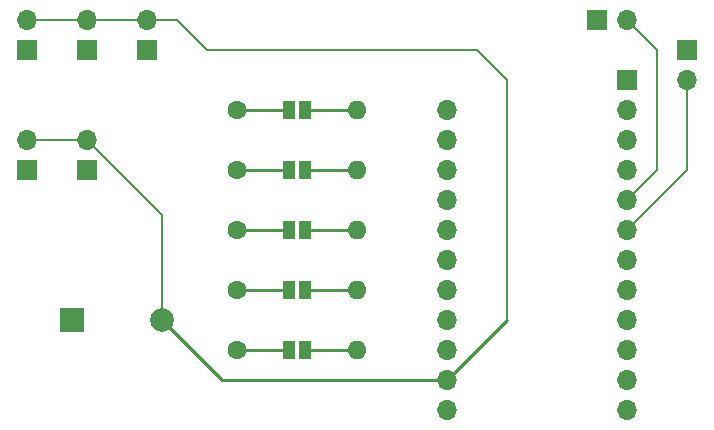
<source format=gbr>
%TF.GenerationSoftware,KiCad,Pcbnew,(6.0.2)*%
%TF.CreationDate,2022-03-10T22:00:07-05:00*%
%TF.ProjectId,letmein,6c65746d-6569-46e2-9e6b-696361645f70,rev?*%
%TF.SameCoordinates,Original*%
%TF.FileFunction,Copper,L2,Bot*%
%TF.FilePolarity,Positive*%
%FSLAX46Y46*%
G04 Gerber Fmt 4.6, Leading zero omitted, Abs format (unit mm)*
G04 Created by KiCad (PCBNEW (6.0.2)) date 2022-03-10 22:00:07*
%MOMM*%
%LPD*%
G01*
G04 APERTURE LIST*
%TA.AperFunction,ComponentPad*%
%ADD10R,1.700000X1.700000*%
%TD*%
%TA.AperFunction,ComponentPad*%
%ADD11O,1.700000X1.700000*%
%TD*%
%TA.AperFunction,ComponentPad*%
%ADD12C,1.600000*%
%TD*%
%TA.AperFunction,ComponentPad*%
%ADD13O,1.600000X1.600000*%
%TD*%
%TA.AperFunction,ComponentPad*%
%ADD14R,2.000000X2.000000*%
%TD*%
%TA.AperFunction,ComponentPad*%
%ADD15C,2.000000*%
%TD*%
%TA.AperFunction,SMDPad,CuDef*%
%ADD16R,1.000000X1.500000*%
%TD*%
%TA.AperFunction,Conductor*%
%ADD17C,0.200000*%
%TD*%
%TA.AperFunction,Conductor*%
%ADD18C,0.250000*%
%TD*%
G04 APERTURE END LIST*
D10*
%TO.P,Button_ACK,1*%
%TO.N,N/C*%
X157480000Y-71120000D03*
D11*
%TO.P,Button_ACK,2*%
X160020000Y-71120000D03*
%TD*%
%TO.P,TinyS2,1*%
%TO.N,N/C*%
X144780000Y-78740000D03*
%TO.P,TinyS2,2*%
X144780000Y-81280000D03*
%TO.P,TinyS2,3*%
X144780000Y-83820000D03*
%TO.P,TinyS2,4*%
X144780000Y-86360000D03*
%TO.P,TinyS2,5*%
X144780000Y-88900000D03*
%TO.P,TinyS2,6*%
X144780000Y-91440000D03*
%TO.P,TinyS2,7*%
X144780000Y-93980000D03*
%TO.P,TinyS2,8*%
X144780000Y-96520000D03*
%TO.P,TinyS2,9*%
X144780000Y-99060000D03*
%TO.P,TinyS2,10*%
X144780000Y-101600000D03*
%TO.P,TinyS2,11*%
X144780000Y-104140000D03*
%TD*%
D12*
%TO.P,R_N_str,1*%
%TO.N,N/C*%
X127000000Y-93980000D03*
D13*
%TO.P,R_N_str,2*%
X137160000Y-93980000D03*
%TD*%
D11*
%TO.P,Button_STFU,2*%
%TO.N,N/C*%
X165100000Y-76200000D03*
D10*
%TO.P,Button_STFU,1*%
X165100000Y-73660000D03*
%TD*%
D11*
%TO.P,LED_1,2*%
%TO.N,N/C*%
X109220000Y-71120000D03*
D10*
%TO.P,LED_1,1*%
X109220000Y-73660000D03*
%TD*%
D11*
%TO.P,LED_A,2*%
%TO.N,N/C*%
X114300000Y-71120000D03*
D10*
%TO.P,LED_A,1*%
X114300000Y-73660000D03*
%TD*%
%TO.P,LED_L,1*%
%TO.N,N/C*%
X109220000Y-83820000D03*
D11*
%TO.P,LED_L,2*%
X109220000Y-81280000D03*
%TD*%
D12*
%TO.P,R_lvl_A,1*%
%TO.N,N/C*%
X127000000Y-83820000D03*
D13*
%TO.P,R_lvl_A,2*%
X137160000Y-83820000D03*
%TD*%
D14*
%TO.P,Buzzer,1*%
%TO.N,N/C*%
X113040000Y-96520000D03*
D15*
%TO.P,Buzzer,2*%
X120640000Y-96520000D03*
%TD*%
D12*
%TO.P,R_L_well,1*%
%TO.N,N/C*%
X127000000Y-99060000D03*
D13*
%TO.P,R_L_well,2*%
X137160000Y-99060000D03*
%TD*%
D10*
%TO.P,LED_N,1*%
%TO.N,N/C*%
X114300000Y-83820000D03*
D11*
%TO.P,LED_N,2*%
X114300000Y-81280000D03*
%TD*%
%TO.P,LED_S,2*%
%TO.N,N/C*%
X119380000Y-71120000D03*
D10*
%TO.P,LED_S,1*%
X119380000Y-73660000D03*
%TD*%
D12*
%TO.P,R_S_str,1*%
%TO.N,N/C*%
X127000000Y-78740000D03*
D13*
%TO.P,R_S_str,2*%
X137160000Y-78740000D03*
%TD*%
D10*
%TO.P, ,1*%
%TO.N,N/C*%
X160020000Y-76200000D03*
D11*
%TO.P, ,2*%
X160020000Y-78740000D03*
%TO.P, ,3*%
X160020000Y-81280000D03*
%TO.P, ,4*%
X160020000Y-83820000D03*
%TO.P, ,5*%
X160020000Y-86360000D03*
%TO.P, ,6*%
X160020000Y-88900000D03*
%TO.P, ,7*%
X160020000Y-91440000D03*
%TO.P, ,8*%
X160020000Y-93980000D03*
%TO.P, ,9*%
X160020000Y-96520000D03*
%TO.P, ,10*%
X160020000Y-99060000D03*
%TO.P, ,11*%
X160020000Y-101600000D03*
%TO.P, ,12*%
X160020000Y-104140000D03*
%TD*%
D12*
%TO.P,R_lvl_1,1*%
%TO.N,N/C*%
X127000000Y-88900000D03*
D13*
%TO.P,R_lvl_1,2*%
X137160000Y-88900000D03*
%TD*%
D16*
%TO.P,REF\u002A\u002A,1*%
%TO.N,N/C*%
X132730000Y-78740000D03*
%TO.P,REF\u002A\u002A,2*%
X131430000Y-78740000D03*
%TD*%
%TO.P,REF\u002A\u002A,1*%
%TO.N,N/C*%
X132730000Y-83820000D03*
%TO.P,REF\u002A\u002A,2*%
X131430000Y-83820000D03*
%TD*%
%TO.P,REF\u002A\u002A,1*%
%TO.N,N/C*%
X132730000Y-99060000D03*
%TO.P,REF\u002A\u002A,2*%
X131430000Y-99060000D03*
%TD*%
%TO.P,REF\u002A\u002A,1*%
%TO.N,N/C*%
X132730000Y-93980000D03*
%TO.P,REF\u002A\u002A,2*%
X131430000Y-93980000D03*
%TD*%
%TO.P,REF\u002A\u002A,1*%
%TO.N,N/C*%
X132730000Y-88900000D03*
%TO.P,REF\u002A\u002A,2*%
X131430000Y-88900000D03*
%TD*%
D17*
%TO.N,*%
X165100000Y-76200000D02*
X165100000Y-83820000D01*
X165100000Y-83820000D02*
X160020000Y-88900000D01*
X162560000Y-83820000D02*
X160020000Y-86360000D01*
X162560000Y-73660000D02*
X162560000Y-83820000D01*
X160020000Y-71120000D02*
X162560000Y-73660000D01*
X114300000Y-81280000D02*
X120640000Y-87620000D01*
X120640000Y-87620000D02*
X120640000Y-96520000D01*
X109220000Y-81280000D02*
X114300000Y-81280000D01*
X119380000Y-71120000D02*
X121920000Y-71120000D01*
X121920000Y-71120000D02*
X124460000Y-73660000D01*
X124460000Y-73660000D02*
X147320000Y-73660000D01*
X147320000Y-73660000D02*
X149860000Y-76200000D01*
X149860000Y-76200000D02*
X149860000Y-96520000D01*
X109220000Y-71120000D02*
X119380000Y-71120000D01*
D18*
X149860000Y-96520000D02*
X144780000Y-101600000D01*
X125720000Y-101600000D02*
X120640000Y-96520000D01*
X137160000Y-88900000D02*
X132730000Y-88900000D01*
X137160000Y-78740000D02*
X132730000Y-78740000D01*
X131430000Y-88900000D02*
X127000000Y-88900000D01*
X131430000Y-78740000D02*
X127000000Y-78740000D01*
X137160000Y-83820000D02*
X132730000Y-83820000D01*
X137160000Y-93980000D02*
X132730000Y-93980000D01*
X137160000Y-99060000D02*
X132730000Y-99060000D01*
X144780000Y-101600000D02*
X125720000Y-101600000D01*
X131430000Y-83820000D02*
X127000000Y-83820000D01*
X131430000Y-99060000D02*
X127000000Y-99060000D01*
X131430000Y-93980000D02*
X127000000Y-93980000D01*
%TD*%
M02*

</source>
